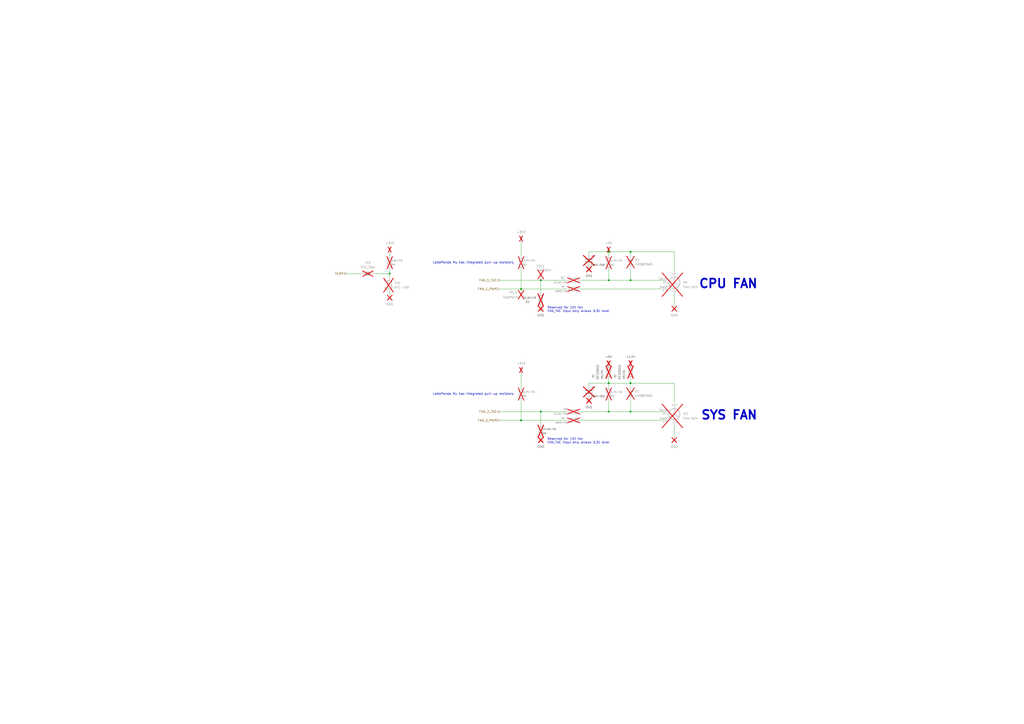
<source format=kicad_sch>
(kicad_sch (version 20250114) (generator "eeschema") (generator_version "9.0")
  (paper "A2")
  (title_block (title "Primer Carrier for LattePanda Mu") (date "2024-03-13") (rev "V1.0.0") (company "DFRobot"))
  (lib_symbols
    (symbol "Connector:TestPoint" (pin_numbers (hide yes)) (pin_names (offset 0.762) (hide yes))
      (property "Reference" "TP" (at 0 6.858 0))
      (property "Value" "TestPoint" (at 0 5.08 0))
      (symbol "TestPoint_0_1"
        (circle (center 0 3.302) (radius 0.762))
      )
      (symbol "TestPoint_1_1"
        (pin passive line (at 0 0 90) (length 2.54) (name "1") (number "1"))
      )
    )
    (symbol "Device:C" (pin_numbers (hide yes)) (pin_names (offset 0.254))
      (property "Reference" "C" (at 0.635 2.54 0))
      (property "Value" "C" (at 0.635 -2.54 0))
      (symbol "C_0_1"
        (polyline (pts (xy -2.032 0.762) (xy 2.032 0.762)) (stroke (width 0.508)))
        (polyline (pts (xy -2.032 -0.762) (xy 2.032 -0.762)) (stroke (width 0.508)))
      )
      (symbol "C_1_1"
        (pin passive line (at 0 3.81 270) (length 2.794) (name "~") (number "1"))
        (pin passive line (at 0 -3.81 90) (length 2.794) (name "~") (number "2"))
      )
    )
    (symbol "Device:R" (pin_numbers (hide yes)) (pin_names (offset 0))
      (property "Reference" "R" (at 2.032 0 90))
      (property "Value" "R" (at 0 0 90))
      (symbol "R_0_1"
        (rectangle (start -1.016 -2.54) (end 1.016 2.54) (stroke (width 0.254)))
      )
      (symbol "R_1_1"
        (pin passive line (at 0 3.81 270) (length 1.27) (name "~") (number "1"))
        (pin passive line (at 0 -3.81 90) (length 1.27) (name "~") (number "2"))
      )
    )
    (symbol "Device:Thermistor_NTC" (pin_numbers (hide yes)) (pin_names (offset 0))
      (property "Reference" "TH" (at -4.445 0 90))
      (property "Value" "Thermistor_NTC" (at 3.175 0 90))
      (symbol "Thermistor_NTC_0_1"
        (arc (start -3.175 2.413) (mid -3.0506 2.3165) (end -3.048 2.159))
        (arc (start -3.048 2.794) (mid -2.9736 2.9736) (end -2.794 3.048))
        (arc (start -2.794 3.048) (mid -2.6144 2.9736) (end -2.54 2.794))
        (arc (start -2.794 2.54) (mid -2.9736 2.6144) (end -3.048 2.794))
        (arc (start -2.794 1.905) (mid -2.9736 1.9794) (end -3.048 2.159))
        (arc (start -2.54 2.159) (mid -2.6144 1.9794) (end -2.794 1.905))
        (arc (start -2.159 2.794) (mid -2.434 2.5608) (end -2.794 2.54))
        (polyline (pts (xy -2.54 2.159) (xy -2.54 2.794)))
        (polyline (pts (xy -2.54 -3.683) (xy -2.54 -1.397) (xy -2.794 -2.159) (xy -2.286 -2.159) (xy -2.54 -1.397) (xy -2.54 -1.651)) (fill (type outline)))
        (polyline (pts (xy -1.778 2.54) (xy -1.778 1.524) (xy 1.778 -1.524) (xy 1.778 -2.54)))
        (polyline (pts (xy -1.778 -1.397) (xy -1.778 -3.683) (xy -2.032 -2.921) (xy -1.524 -2.921) (xy -1.778 -3.683) (xy -1.778 -3.429)) (fill (type outline)))
        (rectangle (start -1.016 2.54) (end 1.016 -2.54) (stroke (width 0.254)))
      )
      (symbol "Thermistor_NTC_1_1"
        (pin passive line (at 0 3.81 270) (length 1.27) (name "~") (number "1"))
        (pin passive line (at 0 -3.81 90) (length 1.27) (name "~") (number "2"))
      )
    )
    (symbol "Diode:1N5819WS" (pin_numbers (hide yes)) (pin_names (offset 1.016) (hide yes))
      (property "Reference" "D" (at 0 2.54 0))
      (property "Value" "1N5819WS" (at 0 -2.54 0))
      (symbol "1N5819WS_0_1"
        (polyline (pts (xy -1.905 0.635) (xy -1.905 1.27) (xy -1.27 1.27) (xy -1.27 -1.27) (xy -0.635 -1.27) (xy -0.635 -0.635)) (stroke (width 0.254)))
        (polyline (pts (xy 1.27 1.27) (xy 1.27 -1.27) (xy -1.27 0) (xy 1.27 1.27)) (stroke (width 0.254)))
        (polyline (pts (xy 1.27 0) (xy -1.27 0)))
      )
      (symbol "1N5819WS_1_1"
        (pin passive line (at -3.81 0 0) (length 2.54) (name "K") (number "1"))
        (pin passive line (at 3.81 0 180) (length 2.54) (name "A") (number "2"))
      )
    )
    (symbol "Jumper:SolderJumper_2_Open" (pin_names (offset 0) (hide yes))
      (property "Reference" "JP" (at 0 2.032 0))
      (property "Value" "SolderJumper_2_Open" (at 0 -2.54 0))
      (symbol "SolderJumper_2_Open_0_1"
        (polyline (pts (xy -0.254 1.016) (xy -0.254 -1.016)))
        (arc (start -0.254 -1.016) (mid -1.2656 0) (end -0.254 1.016))
        (arc (start -0.254 -1.016) (mid -1.2656 0) (end -0.254 1.016) (fill (type outline)))
        (arc (start 0.254 1.016) (mid 1.2656 0) (end 0.254 -1.016))
        (arc (start 0.254 1.016) (mid 1.2656 0) (end 0.254 -1.016) (fill (type outline)))
        (polyline (pts (xy 0.254 1.016) (xy 0.254 -1.016)))
      )
      (symbol "SolderJumper_2_Open_1_1"
        (pin passive line (at -3.81 0 0) (length 2.54) (name "A") (number "1"))
        (pin passive line (at 3.81 0 180) (length 2.54) (name "B") (number "2"))
      )
    )
    (symbol "Motor:Fan_4pin" (pin_names (offset 0))
      (property "Reference" "M" (at 2.54 5.08 0))
      (property "Value" "Fan_4pin" (at 2.54 -2.54 0))
      (symbol "Fan_4pin_0_0"
        (polyline (pts (xy -5.08 2.032) (xy -5.334 2.159)))
        (polyline (pts (xy -5.08 2.032) (xy -5.207 1.778)))
        (arc (start -4.572 1.524) (mid -5.08 1.0182) (end -5.588 1.524))
        (arc (start -5.588 1.524) (mid -5.4392 1.8832) (end -5.08 2.032))
        (polyline (pts (xy -4.064 2.54) (xy -4.064 1.016) (xy -3.302 1.016)))
      )
      (symbol "Fan_4pin_0_1"
        (polyline (pts (xy -5.334 -3.302) (xy -5.08 -3.302) (xy -5.08 -3.048) (xy -4.826 -3.048) (xy -4.826 -3.302) (xy -4.318 -3.302) (xy -4.318 -3.048) (xy -4.064 -3.048) (xy -4.064 -3.302) (xy -3.556 -3.302)))
        (polyline (pts (xy -4.064 2.54) (xy -5.08 2.54)))
        (polyline (pts (xy -2.54 -1.016) (xy -4.064 -1.016) (xy -4.064 -2.54) (xy -5.08 -2.54)))
        (arc (start 0 3.81) (mid -0.0015 0.9048) (end -2.54 -0.508))
        (polyline (pts (xy 0 4.572) (xy 0 5.08)))
        (polyline (pts (xy 0 4.2672) (xy 0 4.6228)))
        (circle (center 0 1.016) (radius 3.2512) (stroke (width 0.254)))
        (arc (start -2.54 -0.508) (mid 0 1.0618) (end 2.54 -0.508))
        (polyline (pts (xy 0 -2.2352) (xy 0 -2.6416)))
        (polyline (pts (xy 0 -5.08) (xy 0 -4.572)))
        (arc (start 2.54 -0.508) (mid 0.047 0.9315) (end 0 3.81))
      )
      (symbol "Fan_4pin_1_1"
        (pin passive line (at -7.62 2.54 0) (length 2.54) (name "Tacho") (number "3"))
        (pin input line (at -7.62 -2.54 0) (length 2.54) (name "PWM") (number "4"))
        (pin passive line (at 0 7.62 270) (length 2.54) (name "+") (number "2"))
        (pin passive line (at 0 -5.08 90) (length 2.54) (name "-") (number "1"))
      )
    )
    (symbol "power:+12V" (power) (pin_numbers (hide yes)) (pin_names (offset 0) (hide yes))
      (property "Value" "+12V" (at 0 3.556 0))
      (symbol "+12V_0_1"
        (polyline (pts (xy -0.762 1.27) (xy 0 2.54)))
        (polyline (pts (xy 0 2.54) (xy 0.762 1.27)))
        (polyline (pts (xy 0 0) (xy 0 2.54)))
      )
      (symbol "+12V_1_1"
        (pin power_in line (at 0 0 90) (length 0) (name "~") (number "1"))
      )
    )
    (symbol "power:+3V3" (power) (pin_numbers (hide yes)) (pin_names (offset 0) (hide yes))
      (property "Value" "+3V3" (at 0 3.556 0))
      (symbol "+3V3_0_1"
        (polyline (pts (xy -0.762 1.27) (xy 0 2.54)))
        (polyline (pts (xy 0 2.54) (xy 0.762 1.27)))
        (polyline (pts (xy 0 0) (xy 0 2.54)))
      )
      (symbol "+3V3_1_1"
        (pin power_in line (at 0 0 90) (length 0) (name "~") (number "1"))
      )
    )
    (symbol "power:+5V" (power) (pin_numbers (hide yes)) (pin_names (offset 0) (hide yes))
      (property "Value" "+5V" (at 0 3.556 0))
      (symbol "+5V_0_1"
        (polyline (pts (xy -0.762 1.27) (xy 0 2.54)))
        (polyline (pts (xy 0 2.54) (xy 0.762 1.27)))
        (polyline (pts (xy 0 0) (xy 0 2.54)))
      )
      (symbol "+5V_1_1"
        (pin power_in line (at 0 0 90) (length 0) (name "~") (number "1"))
      )
    )
    (symbol "power:GND" (power) (pin_numbers (hide yes)) (pin_names (offset 0) (hide yes))
      (property "Value" "GND" (at 0 -3.81 0))
      (symbol "GND_0_1"
        (polyline (pts (xy 0 0) (xy 0 -1.27) (xy 1.27 -1.27) (xy 0 -2.54) (xy -1.27 -1.27) (xy 0 -1.27)))
      )
      (symbol "GND_1_1"
        (pin power_in line (at 0 0 270) (length 0) (name "~") (number "1"))
      )
    )
  )
  (text "CPU FAN" (at 405.13 167.64 0) (effects (font (size 5.08 5.08) (bold yes)) (justify left bottom)))
  (text "SYS FAN" (at 406.4 243.84 0) (effects (font (size 5.08 5.08) (bold yes)) (justify left bottom)))
  (text "Reserved for 12V fan\nFAN_TAC input only allows 3.3V level" (at 317.5 254 0) (effects (font (size 1.27 1.27)) (justify left top)))
  (text "LattePanda Mu has integrated pull-up resistors." (at 298.45 152.4 0) (effects (font (size 1.27 1.27)) (justify right)))
  (text "LattePanda Mu has integrated pull-up resistors." (at 298.45 228.6 0) (effects (font (size 1.27 1.27)) (justify right)))
  (text "Reserved for 12V fan\nFAN_TAC input only allows 3.3V level" (at 317.5 177.8 0) (effects (font (size 1.27 1.27)) (justify left top)))
  (junction (at 353.06 238.76))
  (junction (at 353.06 146.05))
  (junction (at 313.69 162.56))
  (junction (at 365.76 146.05))
  (junction (at 365.76 222.25))
  (junction (at 302.26 167.64))
  (junction (at 353.06 222.25))
  (junction (at 302.26 243.84))
  (junction (at 365.76 162.56))
  (junction (at 353.06 162.56))
  (junction (at 226.06 158.75))
  (junction (at 365.76 238.76))
  (junction (at 313.69 238.76))
  (wire (pts (xy 341.63 222.25) (xy 353.06 222.25)))
  (wire (pts (xy 226.06 146.05) (xy 226.06 148.59)))
  (wire (pts (xy 365.76 146.05) (xy 353.06 146.05)))
  (wire (pts (xy 336.55 162.56) (xy 353.06 162.56)))
  (wire (pts (xy 289.56 167.64) (xy 302.26 167.64)))
  (wire (pts (xy 353.06 238.76) (xy 365.76 238.76)))
  (wire (pts (xy 302.26 215.9) (xy 302.26 224.79)))
  (wire (pts (xy 302.26 167.64) (xy 328.93 167.64)))
  (wire (pts (xy 289.56 162.56) (xy 313.69 162.56)))
  (wire (pts (xy 313.69 238.76) (xy 313.69 246.38)))
  (wire (pts (xy 391.16 222.25) (xy 365.76 222.25)))
  (wire (pts (xy 365.76 224.79) (xy 365.76 222.25)))
  (wire (pts (xy 383.54 238.76) (xy 365.76 238.76)))
  (wire (pts (xy 302.26 243.84) (xy 328.93 243.84)))
  (wire (pts (xy 353.06 219.71) (xy 353.06 222.25)))
  (wire (pts (xy 391.16 170.18) (xy 391.16 177.8)))
  (wire (pts (xy 341.63 147.32) (xy 341.63 146.05)))
  (wire (pts (xy 353.06 146.05) (xy 353.06 148.59)))
  (wire (pts (xy 226.06 168.91) (xy 226.06 171.45)))
  (wire (pts (xy 336.55 238.76) (xy 353.06 238.76)))
  (wire (pts (xy 313.69 162.56) (xy 328.93 162.56)))
  (wire (pts (xy 200.66 158.75) (xy 209.55 158.75)))
  (wire (pts (xy 365.76 162.56) (xy 365.76 156.21)))
  (wire (pts (xy 365.76 238.76) (xy 365.76 232.41)))
  (wire (pts (xy 289.56 238.76) (xy 313.69 238.76)))
  (wire (pts (xy 226.06 156.21) (xy 226.06 158.75)))
  (wire (pts (xy 336.55 167.64) (xy 383.54 167.64)))
  (wire (pts (xy 365.76 222.25) (xy 353.06 222.25)))
  (wire (pts (xy 353.06 222.25) (xy 353.06 224.79)))
  (wire (pts (xy 313.69 162.56) (xy 313.69 170.18)))
  (wire (pts (xy 391.16 246.38) (xy 391.16 254)))
  (wire (pts (xy 341.63 223.52) (xy 341.63 222.25)))
  (wire (pts (xy 391.16 233.68) (xy 391.16 222.25)))
  (wire (pts (xy 391.16 146.05) (xy 365.76 146.05)))
  (wire (pts (xy 313.69 238.76) (xy 328.93 238.76)))
  (wire (pts (xy 302.26 139.7) (xy 302.26 148.59)))
  (wire (pts (xy 365.76 148.59) (xy 365.76 146.05)))
  (wire (pts (xy 353.06 232.41) (xy 353.06 238.76)))
  (wire (pts (xy 217.17 158.75) (xy 226.06 158.75)))
  (wire (pts (xy 391.16 157.48) (xy 391.16 146.05)))
  (wire (pts (xy 226.06 158.75) (xy 226.06 161.29)))
  (wire (pts (xy 302.26 156.21) (xy 302.26 167.64)))
  (wire (pts (xy 383.54 162.56) (xy 365.76 162.56)))
  (wire (pts (xy 289.56 243.84) (xy 302.26 243.84)))
  (wire (pts (xy 353.06 156.21) (xy 353.06 162.56)))
  (wire (pts (xy 353.06 162.56) (xy 365.76 162.56)))
  (wire (pts (xy 365.76 219.71) (xy 365.76 222.25)))
  (wire (pts (xy 341.63 146.05) (xy 353.06 146.05)))
  (wire (pts (xy 336.55 243.84) (xy 383.54 243.84)))
  (wire (pts (xy 302.26 232.41) (xy 302.26 243.84)))
  (hierarchical_label "FAN_1_TAC" (shape output) (at 289.56 162.56 180))
  (hierarchical_label "FAN_1_PWM" (shape input) (at 289.56 167.64 180))
  (hierarchical_label "TEMP" (shape output) (at 200.66 158.75 180))
  (hierarchical_label "FAN_2_PWM" (shape input) (at 289.56 243.84 180))
  (hierarchical_label "FAN_2_TAC" (shape output) (at 289.56 238.76 180))
  (symbol (lib_id "Device:R") (at 332.74 167.64 90) (unit 1) (in_bom no) (on_board no) (dnp yes)
    (property "Reference" "R?" (at 327.66 166.37 90) (effects (font (size 1 1)) (justify left)))
    (property "Value" "100R/1%" (at 328.93 168.91 90) (effects (font (size 1 1)) (justify left)))
    (property "Footprint" "A_HDJ_Library:R_0402_1005Metric" (effects (hide yes)))
  )
  (symbol (lib_id "Device:R") (at 332.74 243.84 90) (unit 1) (in_bom no) (on_board no) (dnp yes)
    (property "Reference" "R?" (at 327.66 242.57 90) (effects (font (size 1 1)) (justify left)))
    (property "Value" "100R/1%" (at 328.93 245.11 90) (effects (font (size 1 1)) (justify left)))
    (property "Footprint" "Resistor_SMD:R_0402_1005Metric" (effects (hide yes)))
  )
  (symbol (lib_id "Jumper:SolderJumper_2_Open") (at 213.36 158.75 0) (unit 1) (exclude_from_sim yes) (in_bom no) (on_board no) (dnp yes)
    (property "Reference" "JP2" (at 213.36 152.4 0))
    (property "Value" "NTC_Test" (at 213.36 154.94 0))
    (property "Footprint" "Jumper:SolderJumper-2_P1.3mm_Open_RoundedPad1.0x1.5mm" (effects (hide yes)))
  )
  (symbol (lib_id "Device:R") (at 313.69 173.99 0) (unit 1) (in_bom no) (on_board no) (dnp yes)
    (property "Reference" "R?" (at 306.07 175.26 0))
    (property "Value" "21.5K/1%" (at 307.34 172.72 0) (effects (font (size 1 1))))
    (property "Footprint" "Resistor_SMD:R_0402_1005Metric" (effects (hide yes)))
  )
  (symbol (lib_id "Device:R") (at 365.76 215.9 180) (unit 1) (in_bom no) (on_board no) (dnp yes)
    (property "Reference" "R?" (at 356.87 217.17 90) (effects (font (size 1 1)) (justify left)))
    (property "Value" "0R/1%" (at 361.95 214.63 90) (effects (font (size 1 1)) (justify left)))
    (property "Footprint" "RES0603" (at 359.41 215.9 90))
  )
  (symbol (lib_id "Device:Thermistor_NTC") (at 226.06 165.1 0) (unit 1) (in_bom no) (on_board no) (dnp yes)
    (property "Reference" "TH1" (at 228.6 164.1475 0) (effects (justify left)))
    (property "Value" "NTC-10K" (at 228.6 166.6875 0) (effects (justify left)))
    (property "Footprint" "Resistor_SMD:R_0603_1608Metric" (effects (hide yes)))
  )
  (symbol (lib_id "Device:C") (at 341.63 151.13 0) (unit 1) (in_bom no) (on_board no) (dnp yes)
    (property "Reference" "C?" (at 344.17 148.59 0) (effects (font (size 1 1))))
    (property "Value" "100nF/50V" (at 346.71 153.67 0) (effects (font (size 1 1))))
    (property "Footprint" "A_HDJ_Library:C_0402_1005Metric" (effects (hide yes)))
    (property "SCH_Show_Footprint" "C0402" (effects (hide yes)))
  )
  (symbol (lib_id "power:GND") (at 341.63 231.14 0) (unit 1) (in_bom no) (on_board no) (dnp yes)
    (property "Reference" "#PWR0117" (effects (hide yes)))
    (property "Value" "GND" (at 341.63 236.22 0))
  )
  (symbol (lib_id "Connector:TestPoint") (at 302.26 167.64 180) (unit 1) (in_bom no) (on_board no) (dnp yes)
    (property "Reference" "TP12" (at 295.148 169.672 0) (effects (justify right)))
    (property "Value" "TestPoint" (at 291.592 172.466 0) (effects (justify right)))
    (property "Footprint" "A_HDJ_Library:TestPoint_Pad_D1.5mm" (effects (hide yes)))
    (property "Description" "test point" (effects (hide yes)))
  )
  (symbol (lib_id "Motor:Fan_4pin") (at 391.16 241.3 0) (unit 1) (in_bom no) (on_board no) (dnp yes)
    (property "Reference" "M2" (at 396.24 240.03 0) (effects (justify left)))
    (property "Value" "Fan_4pin" (at 396.24 242.57 0) (effects (justify left)))
    (property "Footprint" "Connector_JST:JST_PH_B4B-PH-K_1x04_P2.00mm_Vertical" (effects (hide yes)))
    (property "Datasheet" "http://www.formfactors.org/developer%5Cspecs%5Crev1_2_public.pdf" (effects (hide yes)))
  )
  (symbol (lib_id "power:GND") (at 391.16 177.8 0) (unit 1) (in_bom no) (on_board no) (dnp yes)
    (property "Reference" "#PWR0123" (effects (hide yes)))
    (property "Value" "GND" (at 391.16 182.88 0))
  )
  (symbol (lib_id "Diode:1N5819WS") (at 365.76 228.6 270) (unit 1) (in_bom no) (on_board no) (dnp yes)
    (property "Reference" "D?" (at 368.3 227.0125 90) (effects (justify left)))
    (property "Value" "1N5819WS" (at 368.3 229.5525 90) (effects (justify left)))
    (property "Footprint" "Diode_SMD:D_SOD-323" (effects (hide yes)))
    (property "Datasheet" "https://datasheet.lcsc.com/lcsc/2204281430_Guangdong-Hottech-1N5819WS_C191023.pdf" (effects (hide yes)))
    (property "SCH_Show_Footprint" "SOD-323" (effects (hide yes)))
  )
  (symbol (lib_id "power:+5V") (at 353.06 146.05 0) (unit 1) (in_bom no) (on_board no) (dnp yes)
    (property "Reference" "#PWR0118" (effects (hide yes)))
    (property "Value" "+5V" (at 353.06 140.97 0))
  )
  (symbol (lib_id "power:GND") (at 313.69 177.8 0) (unit 1) (in_bom no) (on_board no) (dnp yes)
    (property "Reference" "#PWR0114" (effects (hide yes)))
    (property "Value" "GND" (at 313.69 182.88 0))
  )
  (symbol (lib_id "Device:C") (at 341.63 227.33 0) (unit 1) (in_bom no) (on_board no) (dnp yes)
    (property "Reference" "C?" (at 344.17 224.79 0) (effects (font (size 1 1))))
    (property "Value" "100nF/50V" (at 346.71 229.87 0) (effects (font (size 1 1))))
    (property "Footprint" "Capacitor_SMD:C_0402_1005Metric" (effects (hide yes)))
    (property "SCH_Show_Footprint" "C0402" (effects (hide yes)))
  )
  (symbol (lib_id "power:+12V") (at 365.76 212.09 0) (unit 1) (in_bom no) (on_board no) (dnp yes)
    (property "Reference" "#PWR0121" (effects (hide yes)))
    (property "Value" "+12V" (at 365.76 207.01 0))
  )
  (symbol (lib_id "Device:R") (at 302.26 152.4 0) (unit 1) (in_bom no) (on_board no) (dnp yes)
    (property "Reference" "R?" (at 303.53 153.67 0) (effects (font (size 1 1)) (justify left)))
    (property "Value" "4.7K/1%" (at 303.53 151.13 0) (effects (font (size 1 1)) (justify left)))
    (property "Footprint" "Resistor_SMD:R_0402_1005Metric" (effects (hide yes)))
  )
  (symbol (lib_id "Device:R") (at 332.74 238.76 90) (unit 1) (in_bom no) (on_board no) (dnp yes)
    (property "Reference" "R?" (at 328.93 237.49 90) (effects (font (size 1 1)) (justify left)))
    (property "Value" "21.5K/1%" (at 328.93 240.03 90) (effects (font (size 1 1)) (justify left)))
    (property "Footprint" "Resistor_SMD:R_0402_1005Metric" (effects (hide yes)))
  )
  (symbol (lib_id "power:GND") (at 391.16 254 0) (unit 1) (in_bom no) (on_board no) (dnp yes)
    (property "Reference" "#PWR0125" (effects (hide yes)))
    (property "Value" "GND" (at 391.16 259.08 0))
  )
  (symbol (lib_id "Motor:Fan_4pin") (at 391.16 165.1 0) (unit 1) (in_bom no) (on_board no) (dnp yes)
    (property "Reference" "M1" (at 396.24 163.83 0) (effects (justify left)))
    (property "Value" "Fan_4pin" (at 396.24 166.37 0) (effects (justify left)))
    (property "Footprint" "A_HDJ_Library:JST_PH_B4B-PH-K_1x04_P2.00mm_Vertical" (effects (hide yes)))
    (property "Datasheet" "http://www.formfactors.org/developer%5Cspecs%5Crev1_2_public.pdf" (effects (hide yes)))
  )
  (symbol (lib_id "power:GND") (at 313.69 254 0) (unit 1) (in_bom no) (on_board no) (dnp yes)
    (property "Reference" "#PWR0115" (effects (hide yes)))
    (property "Value" "GND" (at 313.69 259.08 0))
  )
  (symbol (lib_id "Device:R") (at 302.26 228.6 0) (unit 1) (in_bom no) (on_board no) (dnp yes)
    (property "Reference" "R?" (at 303.53 229.87 0) (effects (font (size 1 1)) (justify left)))
    (property "Value" "4.7K/1%" (at 303.53 227.33 0) (effects (font (size 1 1)) (justify left)))
    (property "Footprint" "Resistor_SMD:R_0402_1005Metric" (effects (hide yes)))
  )
  (symbol (lib_id "Device:R") (at 332.74 162.56 270) (unit 1) (in_bom no) (on_board no) (dnp yes)
    (property "Reference" "R?" (at 326.39 161.29 90))
    (property "Value" "21.5K/1%" (at 325.12 163.83 90) (effects (font (size 1 1))))
    (property "Footprint" "A_HDJ_Library:R_0402_1005Metric" (effects (hide yes)))
  )
  (symbol (lib_id "power:+3V3") (at 226.06 146.05 0) (unit 1) (in_bom no) (on_board no) (dnp yes)
    (property "Reference" "#PWR0113" (effects (hide yes)))
    (property "Value" "+3V3" (at 226.06 140.97 0))
  )
  (symbol (lib_id "power:GND") (at 341.63 154.94 0) (unit 1) (in_bom no) (on_board no) (dnp yes)
    (property "Reference" "#PWR0116" (effects (hide yes)))
    (property "Value" "GND" (at 341.63 160.02 0))
  )
  (symbol (lib_id "Device:R") (at 226.06 152.4 0) (unit 1) (in_bom no) (on_board no) (dnp yes)
    (property "Reference" "R?" (at 227.33 153.67 0) (effects (font (size 1 1)) (justify left)))
    (property "Value" "10K/1%" (at 227.33 151.13 0) (effects (font (size 1 1)) (justify left)))
    (property "Footprint" "Resistor_SMD:R_0402_1005Metric" (effects (hide yes)))
  )
  (symbol (lib_id "Device:R") (at 313.69 250.19 0) (unit 1) (in_bom no) (on_board no) (dnp yes)
    (property "Reference" "R?" (at 314.96 251.46 0) (effects (font (size 1 1)) (justify left)))
    (property "Value" "21.5K/1%" (at 314.96 248.92 0) (effects (font (size 1 1)) (justify left)))
    (property "Footprint" "Resistor_SMD:R_0402_1005Metric" (effects (hide yes)))
  )
  (symbol (lib_id "power:+3V3") (at 302.26 139.7 0) (unit 1) (in_bom no) (on_board no) (dnp yes)
    (property "Reference" "#PWR0110" (effects (hide yes)))
    (property "Value" "+3V3" (at 302.26 134.62 0))
  )
  (symbol (lib_id "Diode:1N5819WS") (at 365.76 152.4 270) (unit 1) (in_bom no) (on_board no) (dnp yes)
    (property "Reference" "D?" (at 368.3 150.8125 90) (effects (justify left)))
    (property "Value" "1N5819WS" (at 368.3 153.3525 90) (effects (justify left)))
    (property "Footprint" "A_HDJ_Library:D_SOD-323" (effects (hide yes)))
    (property "Datasheet" "https://datasheet.lcsc.com/lcsc/2204281430_Guangdong-Hottech-1N5819WS_C191023.pdf" (effects (hide yes)))
    (property "SCH_Show_Footprint" "SOD-323" (effects (hide yes)))
  )
  (symbol (lib_id "power:+3V3") (at 302.26 215.9 0) (unit 1) (in_bom no) (on_board no) (dnp yes)
    (property "Reference" "#PWR0112" (effects (hide yes)))
    (property "Value" "+3V3" (at 302.26 210.82 0))
  )
  (symbol (lib_id "Device:R") (at 353.06 228.6 0) (unit 1) (in_bom no) (on_board no) (dnp yes)
    (property "Reference" "R?" (at 354.33 229.87 0) (effects (font (size 1 1)) (justify left)))
    (property "Value" "4.7K/1%" (at 354.33 227.33 0) (effects (font (size 1 1)) (justify left)))
    (property "Footprint" "Resistor_SMD:R_0402_1005Metric" (effects (hide yes)))
  )
  (symbol (lib_id "Device:R") (at 353.06 152.4 0) (unit 1) (in_bom no) (on_board no) (dnp yes)
    (property "Reference" "R?" (at 354.33 153.67 0) (effects (font (size 1 1)) (justify left)))
    (property "Value" "4.7K/1%" (at 354.33 151.13 0) (effects (font (size 1 1)) (justify left)))
    (property "Footprint" "A_HDJ_Library:R_0402_1005Metric" (effects (hide yes)))
  )
  (symbol (lib_id "Device:R") (at 353.06 215.9 180) (unit 1) (in_bom no) (on_board no) (dnp yes)
    (property "Reference" "R?" (at 344.17 217.17 90) (effects (font (size 1 1)) (justify left)))
    (property "Value" "0R/1%" (at 349.25 214.63 90) (effects (font (size 1 1)) (justify left)))
    (property "Footprint" "RES0603" (at 346.71 215.9 90))
  )
  (symbol (lib_id "Connector:TestPoint") (at 313.69 162.56 0) (unit 1) (in_bom no) (on_board no) (dnp yes)
    (property "Reference" "TP11" (at 311.15 154.686 0) (effects (justify left)))
    (property "Value" "TestPoint" (at 310.896 156.718 0) (effects (justify left)))
    (property "Footprint" "A_HDJ_Library:TestPoint_Pad_D1.5mm" (effects (hide yes)))
    (property "Description" "test point" (effects (hide yes)))
  )
  (symbol (lib_id "power:GND") (at 226.06 171.45 0) (unit 1) (in_bom no) (on_board no) (dnp yes)
    (property "Reference" "#PWR0111" (effects (hide yes)))
    (property "Value" "GND" (at 226.06 176.53 0))
  )
  (symbol (lib_id "power:+5V") (at 353.06 212.09 0) (unit 1) (in_bom no) (on_board no) (dnp yes)
    (property "Reference" "#PWR0119" (effects (hide yes)))
    (property "Value" "+5V" (at 353.06 207.01 0))
  )
)
</source>
